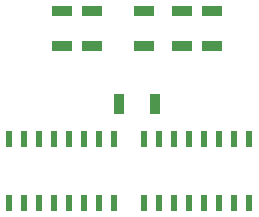
<source format=gbr>
G04 DesignSpark PCB Gerber Version 9.0 Build 5138 *
%FSLAX35Y35*%
%MOIN*%
%ADD114R,0.02159X0.05702*%
%ADD108R,0.03734X0.06687*%
%ADD115R,0.06687X0.03734*%
X0Y0D02*
D02*
D108*
X41694Y100600D03*
X53506D03*
D02*
D114*
X5100Y67372D03*
Y88828D03*
X10100Y67372D03*
Y88828D03*
X15100Y67372D03*
Y88828D03*
X20100Y67372D03*
Y88828D03*
X25100Y67372D03*
Y88828D03*
X30100Y67372D03*
Y88828D03*
X35100Y67372D03*
Y88828D03*
X40100Y67372D03*
Y88828D03*
X50100Y67372D03*
Y88828D03*
X55100Y67372D03*
Y88828D03*
X60100Y67372D03*
Y88828D03*
X65100Y67372D03*
Y88828D03*
X70100Y67372D03*
Y88828D03*
X75100Y67372D03*
Y88828D03*
X80100Y67372D03*
Y88828D03*
X85100Y67372D03*
Y88828D03*
D02*
D115*
X22600Y119694D03*
Y131506D03*
X32600Y119694D03*
Y131506D03*
X50100Y119694D03*
Y131506D03*
X62600Y119694D03*
Y131506D03*
X72600Y119694D03*
Y131506D03*
X0Y0D02*
M02*

</source>
